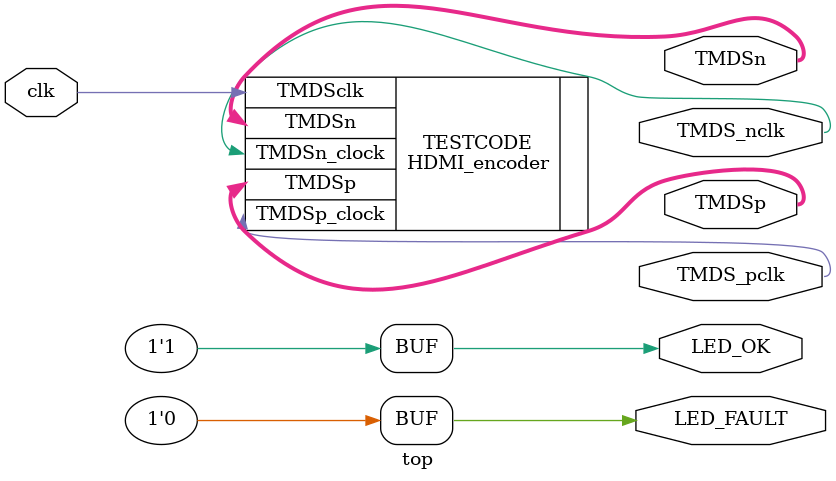
<source format=v>

module top(
  // 50MHz clock input
  input clk,

  // HDMI 0 Output
  output [2:0] TMDSp,
  output [2:0] TMDSn,
  output TMDS_pclk,
  output TMDS_nclk,

  output LED_OK,
  output LED_FAULT,
  );

  reg LED_OK;
  reg LED_FAULT;

  always
  begin

  // Set LED State
  LED_OK=1'b1;
  LED_FAULT=1'b0;

  end

  // XXX: This really needs 25Mhz
  HDMI_encoder TESTCODE (
    .TMDSclk(clk),
    .TMDSp(TMDSp),
    .TMDSn(TMDSn),
    .TMDSp_clock(TMDS_pclk),
    .TMDSn_clock(TMDS_nclk)
  );
endmodule // top

</source>
